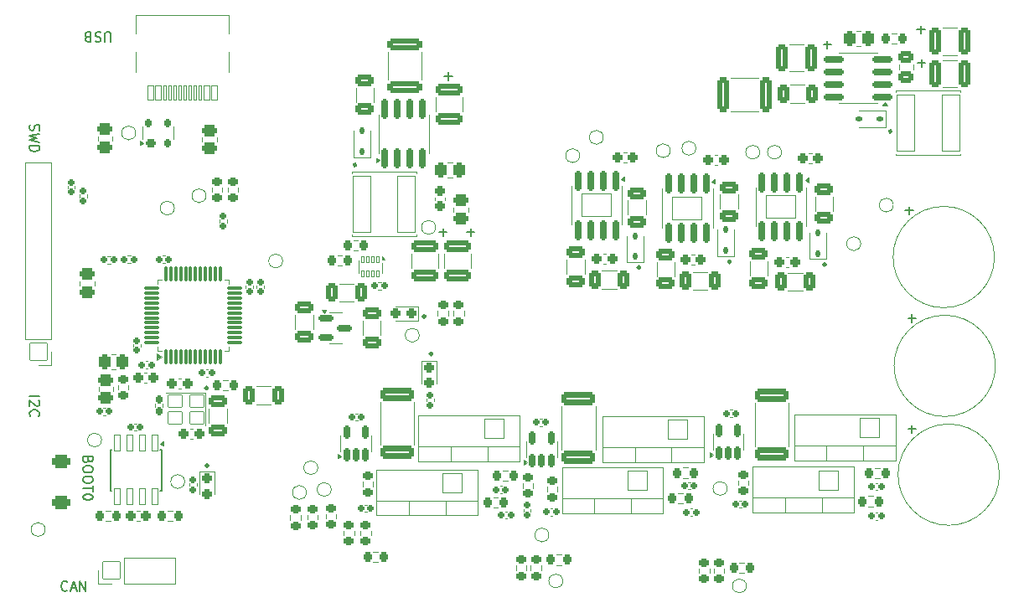
<source format=gto>
G04 #@! TF.GenerationSoftware,KiCad,Pcbnew,8.0.4-8.0.4-0~ubuntu22.04.1*
G04 #@! TF.CreationDate,2024-09-03T14:14:34+02:00*
G04 #@! TF.ProjectId,bldc_project,626c6463-5f70-4726-9f6a-6563742e6b69,rev?*
G04 #@! TF.SameCoordinates,Original*
G04 #@! TF.FileFunction,Legend,Top*
G04 #@! TF.FilePolarity,Positive*
%FSLAX46Y46*%
G04 Gerber Fmt 4.6, Leading zero omitted, Abs format (unit mm)*
G04 Created by KiCad (PCBNEW 8.0.4-8.0.4-0~ubuntu22.04.1) date 2024-09-03 14:14:34*
%MOMM*%
%LPD*%
G01*
G04 APERTURE LIST*
G04 Aperture macros list*
%AMRoundRect*
0 Rectangle with rounded corners*
0 $1 Rounding radius*
0 $2 $3 $4 $5 $6 $7 $8 $9 X,Y pos of 4 corners*
0 Add a 4 corners polygon primitive as box body*
4,1,4,$2,$3,$4,$5,$6,$7,$8,$9,$2,$3,0*
0 Add four circle primitives for the rounded corners*
1,1,$1+$1,$2,$3*
1,1,$1+$1,$4,$5*
1,1,$1+$1,$6,$7*
1,1,$1+$1,$8,$9*
0 Add four rect primitives between the rounded corners*
20,1,$1+$1,$2,$3,$4,$5,0*
20,1,$1+$1,$4,$5,$6,$7,0*
20,1,$1+$1,$6,$7,$8,$9,0*
20,1,$1+$1,$8,$9,$2,$3,0*%
G04 Aperture macros list end*
%ADD10C,0.150000*%
%ADD11C,0.275000*%
%ADD12C,0.200000*%
%ADD13C,0.120000*%
%ADD14RoundRect,0.244000X0.244000X0.269000X-0.244000X0.269000X-0.244000X-0.269000X0.244000X-0.269000X0*%
%ADD15RoundRect,0.038000X0.952500X1.000000X-0.952500X1.000000X-0.952500X-1.000000X0.952500X-1.000000X0*%
%ADD16O,1.981000X2.076000*%
%ADD17RoundRect,0.219000X0.294000X-0.219000X0.294000X0.219000X-0.294000X0.219000X-0.294000X-0.219000X0*%
%ADD18C,1.676000*%
%ADD19RoundRect,0.159000X0.159000X0.189000X-0.159000X0.189000X-0.159000X-0.189000X0.159000X-0.189000X0*%
%ADD20RoundRect,0.131500X0.206500X0.131500X-0.206500X0.131500X-0.206500X-0.131500X0.206500X-0.131500X0*%
%ADD21RoundRect,0.038000X-0.300000X0.775000X-0.300000X-0.775000X0.300000X-0.775000X0.300000X0.775000X0*%
%ADD22C,1.448000*%
%ADD23RoundRect,0.265511X1.447489X-0.384989X1.447489X0.384989X-1.447489X0.384989X-1.447489X-0.384989X0*%
%ADD24RoundRect,0.266889X-0.333611X-0.646111X0.333611X-0.646111X0.333611X0.646111X-0.333611X0.646111X0*%
%ADD25RoundRect,0.266521X-0.671479X0.346479X-0.671479X-0.346479X0.671479X-0.346479X0.671479X0.346479X0*%
%ADD26RoundRect,0.154000X-0.204000X0.154000X-0.204000X-0.154000X0.204000X-0.154000X0.204000X0.154000X0*%
%ADD27RoundRect,0.169000X0.169000X-0.531500X0.169000X0.531500X-0.169000X0.531500X-0.169000X-0.531500X0*%
%ADD28RoundRect,0.268536X0.469464X-0.281964X0.469464X0.281964X-0.469464X0.281964X-0.469464X-0.281964X0*%
%ADD29RoundRect,0.219000X0.219000X0.294000X-0.219000X0.294000X-0.219000X-0.294000X0.219000X-0.294000X0*%
%ADD30RoundRect,0.237750X0.237750X0.275250X-0.237750X0.275250X-0.237750X-0.275250X0.237750X-0.275250X0*%
%ADD31RoundRect,0.219000X-0.294000X0.219000X-0.294000X-0.219000X0.294000X-0.219000X0.294000X0.219000X0*%
%ADD32RoundRect,0.219000X-0.219000X-0.294000X0.219000X-0.294000X0.219000X0.294000X-0.219000X0.294000X0*%
%ADD33RoundRect,0.266889X-0.646111X0.333611X-0.646111X-0.333611X0.646111X-0.333611X0.646111X0.333611X0*%
%ADD34RoundRect,0.062667X-0.125333X0.310333X-0.125333X-0.310333X0.125333X-0.310333X0.125333X0.310333X0*%
%ADD35RoundRect,0.237750X-0.275250X0.237750X-0.275250X-0.237750X0.275250X-0.237750X0.275250X0.237750X0*%
%ADD36RoundRect,0.131500X0.131500X-0.206500X0.131500X0.206500X-0.131500X0.206500X-0.131500X-0.206500X0*%
%ADD37RoundRect,0.159000X-0.159000X-0.189000X0.159000X-0.189000X0.159000X0.189000X-0.159000X0.189000X0*%
%ADD38RoundRect,0.244000X-0.244000X-0.269000X0.244000X-0.269000X0.244000X0.269000X-0.244000X0.269000X0*%
%ADD39RoundRect,0.266521X0.346479X0.671479X-0.346479X0.671479X-0.346479X-0.671479X0.346479X-0.671479X0*%
%ADD40C,2.000000*%
%ADD41RoundRect,0.266889X1.471111X-0.333611X1.471111X0.333611X-1.471111X0.333611X-1.471111X-0.333611X0*%
%ADD42RoundRect,0.169000X0.844000X0.169000X-0.844000X0.169000X-0.844000X-0.169000X0.844000X-0.169000X0*%
%ADD43RoundRect,0.169000X-0.169000X0.844000X-0.169000X-0.844000X0.169000X-0.844000X0.169000X0.844000X0*%
%ADD44RoundRect,0.038000X-1.500000X1.145000X-1.500000X-1.145000X1.500000X-1.145000X1.500000X1.145000X0*%
%ADD45RoundRect,0.266521X1.121479X-0.346479X1.121479X0.346479X-1.121479X0.346479X-1.121479X-0.346479X0*%
%ADD46C,0.726000*%
%ADD47RoundRect,0.038000X0.300000X0.725000X-0.300000X0.725000X-0.300000X-0.725000X0.300000X-0.725000X0*%
%ADD48RoundRect,0.038000X0.150000X0.725000X-0.150000X0.725000X-0.150000X-0.725000X0.150000X-0.725000X0*%
%ADD49O,1.076000X2.176000*%
%ADD50O,1.076000X1.676000*%
%ADD51RoundRect,0.266521X0.346479X1.121479X-0.346479X1.121479X-0.346479X-1.121479X0.346479X-1.121479X0*%
%ADD52RoundRect,0.266521X-0.346479X-0.671479X0.346479X-0.671479X0.346479X0.671479X-0.346479X0.671479X0*%
%ADD53RoundRect,0.266889X0.333611X1.471111X-0.333611X1.471111X-0.333611X-1.471111X0.333611X-1.471111X0*%
%ADD54RoundRect,0.268536X0.281964X0.469464X-0.281964X0.469464X-0.281964X-0.469464X0.281964X-0.469464X0*%
%ADD55RoundRect,0.094000X0.094000X-0.681500X0.094000X0.681500X-0.094000X0.681500X-0.094000X-0.681500X0*%
%ADD56RoundRect,0.094000X0.681500X-0.094000X0.681500X0.094000X-0.681500X0.094000X-0.681500X-0.094000X0*%
%ADD57RoundRect,0.179000X-0.179000X0.216500X-0.179000X-0.216500X0.179000X-0.216500X0.179000X0.216500X0*%
%ADD58RoundRect,0.268536X-0.469464X0.281964X-0.469464X-0.281964X0.469464X-0.281964X0.469464X0.281964X0*%
%ADD59RoundRect,0.266521X-1.121479X0.346479X-1.121479X-0.346479X1.121479X-0.346479X1.121479X0.346479X0*%
%ADD60RoundRect,0.169000X0.169000X-0.844000X0.169000X0.844000X-0.169000X0.844000X-0.169000X-0.844000X0*%
%ADD61RoundRect,0.266521X-0.346479X-1.121479X0.346479X-1.121479X0.346479X1.121479X-0.346479X1.121479X0*%
%ADD62RoundRect,0.194000X0.344000X-0.194000X0.344000X0.194000X-0.344000X0.194000X-0.344000X-0.194000X0*%
%ADD63RoundRect,0.169000X0.169000X-0.219000X0.169000X0.219000X-0.169000X0.219000X-0.169000X-0.219000X0*%
%ADD64RoundRect,0.154000X0.154000X0.204000X-0.154000X0.204000X-0.154000X-0.204000X0.154000X-0.204000X0*%
%ADD65RoundRect,0.038000X0.700000X0.600000X-0.700000X0.600000X-0.700000X-0.600000X0.700000X-0.600000X0*%
%ADD66RoundRect,0.159000X0.189000X-0.159000X0.189000X0.159000X-0.189000X0.159000X-0.189000X-0.159000X0*%
%ADD67RoundRect,0.169000X-0.606500X-0.169000X0.606500X-0.169000X0.606500X0.169000X-0.606500X0.169000X0*%
%ADD68RoundRect,0.356500X-0.581500X0.356500X-0.581500X-0.356500X0.581500X-0.356500X0.581500X0.356500X0*%
%ADD69RoundRect,0.038000X0.850000X2.850000X-0.850000X2.850000X-0.850000X-2.850000X0.850000X-2.850000X0*%
%ADD70RoundRect,0.159000X-0.189000X0.159000X-0.189000X-0.159000X0.189000X-0.159000X0.189000X0.159000X0*%
%ADD71RoundRect,0.266170X-0.496830X0.359330X-0.496830X-0.359330X0.496830X-0.359330X0.496830X0.359330X0*%
%ADD72RoundRect,0.038000X0.850000X-0.850000X0.850000X0.850000X-0.850000X0.850000X-0.850000X-0.850000X0*%
%ADD73O,1.776000X1.776000*%
%ADD74RoundRect,0.038000X0.850000X0.850000X-0.850000X0.850000X-0.850000X-0.850000X0.850000X-0.850000X0*%
%ADD75RoundRect,0.244000X-0.269000X0.244000X-0.269000X-0.244000X0.269000X-0.244000X0.269000X0.244000X0*%
G04 APERTURE END LIST*
D10*
X132700000Y-81900000D02*
X132700000Y-82700000D01*
X123250000Y-83425000D02*
X123250000Y-84225000D01*
X132200000Y-111500000D02*
X131400000Y-111500000D01*
X133100000Y-82300000D02*
X132300000Y-82300000D01*
D11*
X83337500Y-115100000D02*
G75*
G02*
X83062500Y-115100000I-137500J0D01*
G01*
X83062500Y-115100000D02*
G75*
G02*
X83337500Y-115100000I137500J0D01*
G01*
D10*
X87200000Y-102400000D02*
X87200000Y-103200000D01*
D11*
X129737500Y-92600000D02*
G75*
G02*
X129462500Y-92600000I-137500J0D01*
G01*
X129462500Y-92600000D02*
G75*
G02*
X129737500Y-92600000I137500J0D01*
G01*
D10*
X131800000Y-111100000D02*
X131800000Y-111900000D01*
D11*
X123087500Y-106050000D02*
G75*
G02*
X122812500Y-106050000I-137500J0D01*
G01*
X122812500Y-106050000D02*
G75*
G02*
X123087500Y-106050000I137500J0D01*
G01*
X75637500Y-96000000D02*
G75*
G02*
X75362500Y-96000000I-137500J0D01*
G01*
X75362500Y-96000000D02*
G75*
G02*
X75637500Y-96000000I137500J0D01*
G01*
D10*
X133150000Y-85700000D02*
X132350000Y-85700000D01*
D11*
X60637500Y-118550000D02*
G75*
G02*
X60362500Y-118550000I-137500J0D01*
G01*
X60362500Y-118550000D02*
G75*
G02*
X60637500Y-118550000I137500J0D01*
G01*
D10*
X123650000Y-83825000D02*
X122850000Y-83825000D01*
X84800000Y-102800000D02*
X84000000Y-102800000D01*
X131800000Y-122300000D02*
X131800000Y-123100000D01*
X132200000Y-122700000D02*
X131400000Y-122700000D01*
X87600000Y-102800000D02*
X86800000Y-102800000D01*
X132750000Y-85300000D02*
X132750000Y-86100000D01*
X85350000Y-87010000D02*
X84550000Y-87010000D01*
X131500000Y-100200000D02*
X131500000Y-101000000D01*
D11*
X104337500Y-106350000D02*
G75*
G02*
X104062500Y-106350000I-137500J0D01*
G01*
X104062500Y-106350000D02*
G75*
G02*
X104337500Y-106350000I137500J0D01*
G01*
D10*
X131900000Y-100600000D02*
X131100000Y-100600000D01*
D11*
X82637500Y-111300000D02*
G75*
G02*
X82362500Y-111300000I-137500J0D01*
G01*
X82362500Y-111300000D02*
G75*
G02*
X82637500Y-111300000I137500J0D01*
G01*
D10*
X84400000Y-102400000D02*
X84400000Y-103200000D01*
D11*
X60687500Y-126400000D02*
G75*
G02*
X60412500Y-126400000I-137500J0D01*
G01*
X60412500Y-126400000D02*
G75*
G02*
X60687500Y-126400000I137500J0D01*
G01*
X113487500Y-105800000D02*
G75*
G02*
X113212500Y-105800000I-137500J0D01*
G01*
X113212500Y-105800000D02*
G75*
G02*
X113487500Y-105800000I137500J0D01*
G01*
D10*
X84950000Y-86610000D02*
X84950000Y-87410000D01*
D12*
X46441101Y-138971980D02*
X46393482Y-139019600D01*
X46393482Y-139019600D02*
X46250625Y-139067219D01*
X46250625Y-139067219D02*
X46155387Y-139067219D01*
X46155387Y-139067219D02*
X46012530Y-139019600D01*
X46012530Y-139019600D02*
X45917292Y-138924361D01*
X45917292Y-138924361D02*
X45869673Y-138829123D01*
X45869673Y-138829123D02*
X45822054Y-138638647D01*
X45822054Y-138638647D02*
X45822054Y-138495790D01*
X45822054Y-138495790D02*
X45869673Y-138305314D01*
X45869673Y-138305314D02*
X45917292Y-138210076D01*
X45917292Y-138210076D02*
X46012530Y-138114838D01*
X46012530Y-138114838D02*
X46155387Y-138067219D01*
X46155387Y-138067219D02*
X46250625Y-138067219D01*
X46250625Y-138067219D02*
X46393482Y-138114838D01*
X46393482Y-138114838D02*
X46441101Y-138162457D01*
X46822054Y-138781504D02*
X47298244Y-138781504D01*
X46726816Y-139067219D02*
X47060149Y-138067219D01*
X47060149Y-138067219D02*
X47393482Y-139067219D01*
X47726816Y-139067219D02*
X47726816Y-138067219D01*
X47726816Y-138067219D02*
X48298244Y-139067219D01*
X48298244Y-139067219D02*
X48298244Y-138067219D01*
X42632780Y-119369673D02*
X43632780Y-119369673D01*
X43537542Y-119798244D02*
X43585161Y-119845863D01*
X43585161Y-119845863D02*
X43632780Y-119941101D01*
X43632780Y-119941101D02*
X43632780Y-120179196D01*
X43632780Y-120179196D02*
X43585161Y-120274434D01*
X43585161Y-120274434D02*
X43537542Y-120322053D01*
X43537542Y-120322053D02*
X43442304Y-120369672D01*
X43442304Y-120369672D02*
X43347066Y-120369672D01*
X43347066Y-120369672D02*
X43204209Y-120322053D01*
X43204209Y-120322053D02*
X42632780Y-119750625D01*
X42632780Y-119750625D02*
X42632780Y-120369672D01*
X42728019Y-121369672D02*
X42680400Y-121322053D01*
X42680400Y-121322053D02*
X42632780Y-121179196D01*
X42632780Y-121179196D02*
X42632780Y-121083958D01*
X42632780Y-121083958D02*
X42680400Y-120941101D01*
X42680400Y-120941101D02*
X42775638Y-120845863D01*
X42775638Y-120845863D02*
X42870876Y-120798244D01*
X42870876Y-120798244D02*
X43061352Y-120750625D01*
X43061352Y-120750625D02*
X43204209Y-120750625D01*
X43204209Y-120750625D02*
X43394685Y-120798244D01*
X43394685Y-120798244D02*
X43489923Y-120845863D01*
X43489923Y-120845863D02*
X43585161Y-120941101D01*
X43585161Y-120941101D02*
X43632780Y-121083958D01*
X43632780Y-121083958D02*
X43632780Y-121179196D01*
X43632780Y-121179196D02*
X43585161Y-121322053D01*
X43585161Y-121322053D02*
X43537542Y-121369672D01*
X50830326Y-83532780D02*
X50830326Y-82723257D01*
X50830326Y-82723257D02*
X50782707Y-82628019D01*
X50782707Y-82628019D02*
X50735088Y-82580400D01*
X50735088Y-82580400D02*
X50639850Y-82532780D01*
X50639850Y-82532780D02*
X50449374Y-82532780D01*
X50449374Y-82532780D02*
X50354136Y-82580400D01*
X50354136Y-82580400D02*
X50306517Y-82628019D01*
X50306517Y-82628019D02*
X50258898Y-82723257D01*
X50258898Y-82723257D02*
X50258898Y-83532780D01*
X49830326Y-82580400D02*
X49687469Y-82532780D01*
X49687469Y-82532780D02*
X49449374Y-82532780D01*
X49449374Y-82532780D02*
X49354136Y-82580400D01*
X49354136Y-82580400D02*
X49306517Y-82628019D01*
X49306517Y-82628019D02*
X49258898Y-82723257D01*
X49258898Y-82723257D02*
X49258898Y-82818495D01*
X49258898Y-82818495D02*
X49306517Y-82913733D01*
X49306517Y-82913733D02*
X49354136Y-82961352D01*
X49354136Y-82961352D02*
X49449374Y-83008971D01*
X49449374Y-83008971D02*
X49639850Y-83056590D01*
X49639850Y-83056590D02*
X49735088Y-83104209D01*
X49735088Y-83104209D02*
X49782707Y-83151828D01*
X49782707Y-83151828D02*
X49830326Y-83247066D01*
X49830326Y-83247066D02*
X49830326Y-83342304D01*
X49830326Y-83342304D02*
X49782707Y-83437542D01*
X49782707Y-83437542D02*
X49735088Y-83485161D01*
X49735088Y-83485161D02*
X49639850Y-83532780D01*
X49639850Y-83532780D02*
X49401755Y-83532780D01*
X49401755Y-83532780D02*
X49258898Y-83485161D01*
X48496993Y-83056590D02*
X48354136Y-83008971D01*
X48354136Y-83008971D02*
X48306517Y-82961352D01*
X48306517Y-82961352D02*
X48258898Y-82866114D01*
X48258898Y-82866114D02*
X48258898Y-82723257D01*
X48258898Y-82723257D02*
X48306517Y-82628019D01*
X48306517Y-82628019D02*
X48354136Y-82580400D01*
X48354136Y-82580400D02*
X48449374Y-82532780D01*
X48449374Y-82532780D02*
X48830326Y-82532780D01*
X48830326Y-82532780D02*
X48830326Y-83532780D01*
X48830326Y-83532780D02*
X48496993Y-83532780D01*
X48496993Y-83532780D02*
X48401755Y-83485161D01*
X48401755Y-83485161D02*
X48354136Y-83437542D01*
X48354136Y-83437542D02*
X48306517Y-83342304D01*
X48306517Y-83342304D02*
X48306517Y-83247066D01*
X48306517Y-83247066D02*
X48354136Y-83151828D01*
X48354136Y-83151828D02*
X48401755Y-83104209D01*
X48401755Y-83104209D02*
X48496993Y-83056590D01*
X48496993Y-83056590D02*
X48830326Y-83056590D01*
X42680400Y-91922054D02*
X42632780Y-92064911D01*
X42632780Y-92064911D02*
X42632780Y-92303006D01*
X42632780Y-92303006D02*
X42680400Y-92398244D01*
X42680400Y-92398244D02*
X42728019Y-92445863D01*
X42728019Y-92445863D02*
X42823257Y-92493482D01*
X42823257Y-92493482D02*
X42918495Y-92493482D01*
X42918495Y-92493482D02*
X43013733Y-92445863D01*
X43013733Y-92445863D02*
X43061352Y-92398244D01*
X43061352Y-92398244D02*
X43108971Y-92303006D01*
X43108971Y-92303006D02*
X43156590Y-92112530D01*
X43156590Y-92112530D02*
X43204209Y-92017292D01*
X43204209Y-92017292D02*
X43251828Y-91969673D01*
X43251828Y-91969673D02*
X43347066Y-91922054D01*
X43347066Y-91922054D02*
X43442304Y-91922054D01*
X43442304Y-91922054D02*
X43537542Y-91969673D01*
X43537542Y-91969673D02*
X43585161Y-92017292D01*
X43585161Y-92017292D02*
X43632780Y-92112530D01*
X43632780Y-92112530D02*
X43632780Y-92350625D01*
X43632780Y-92350625D02*
X43585161Y-92493482D01*
X43632780Y-92826816D02*
X42632780Y-93064911D01*
X42632780Y-93064911D02*
X43347066Y-93255387D01*
X43347066Y-93255387D02*
X42632780Y-93445863D01*
X42632780Y-93445863D02*
X43632780Y-93683959D01*
X42632780Y-94064911D02*
X43632780Y-94064911D01*
X43632780Y-94064911D02*
X43632780Y-94303006D01*
X43632780Y-94303006D02*
X43585161Y-94445863D01*
X43585161Y-94445863D02*
X43489923Y-94541101D01*
X43489923Y-94541101D02*
X43394685Y-94588720D01*
X43394685Y-94588720D02*
X43204209Y-94636339D01*
X43204209Y-94636339D02*
X43061352Y-94636339D01*
X43061352Y-94636339D02*
X42870876Y-94588720D01*
X42870876Y-94588720D02*
X42775638Y-94541101D01*
X42775638Y-94541101D02*
X42680400Y-94445863D01*
X42680400Y-94445863D02*
X42632780Y-94303006D01*
X42632780Y-94303006D02*
X42632780Y-94064911D01*
X48556590Y-125803006D02*
X48508971Y-125945863D01*
X48508971Y-125945863D02*
X48461352Y-125993482D01*
X48461352Y-125993482D02*
X48366114Y-126041101D01*
X48366114Y-126041101D02*
X48223257Y-126041101D01*
X48223257Y-126041101D02*
X48128019Y-125993482D01*
X48128019Y-125993482D02*
X48080400Y-125945863D01*
X48080400Y-125945863D02*
X48032780Y-125850625D01*
X48032780Y-125850625D02*
X48032780Y-125469673D01*
X48032780Y-125469673D02*
X49032780Y-125469673D01*
X49032780Y-125469673D02*
X49032780Y-125803006D01*
X49032780Y-125803006D02*
X48985161Y-125898244D01*
X48985161Y-125898244D02*
X48937542Y-125945863D01*
X48937542Y-125945863D02*
X48842304Y-125993482D01*
X48842304Y-125993482D02*
X48747066Y-125993482D01*
X48747066Y-125993482D02*
X48651828Y-125945863D01*
X48651828Y-125945863D02*
X48604209Y-125898244D01*
X48604209Y-125898244D02*
X48556590Y-125803006D01*
X48556590Y-125803006D02*
X48556590Y-125469673D01*
X49032780Y-126660149D02*
X49032780Y-126850625D01*
X49032780Y-126850625D02*
X48985161Y-126945863D01*
X48985161Y-126945863D02*
X48889923Y-127041101D01*
X48889923Y-127041101D02*
X48699447Y-127088720D01*
X48699447Y-127088720D02*
X48366114Y-127088720D01*
X48366114Y-127088720D02*
X48175638Y-127041101D01*
X48175638Y-127041101D02*
X48080400Y-126945863D01*
X48080400Y-126945863D02*
X48032780Y-126850625D01*
X48032780Y-126850625D02*
X48032780Y-126660149D01*
X48032780Y-126660149D02*
X48080400Y-126564911D01*
X48080400Y-126564911D02*
X48175638Y-126469673D01*
X48175638Y-126469673D02*
X48366114Y-126422054D01*
X48366114Y-126422054D02*
X48699447Y-126422054D01*
X48699447Y-126422054D02*
X48889923Y-126469673D01*
X48889923Y-126469673D02*
X48985161Y-126564911D01*
X48985161Y-126564911D02*
X49032780Y-126660149D01*
X49032780Y-127707768D02*
X49032780Y-127898244D01*
X49032780Y-127898244D02*
X48985161Y-127993482D01*
X48985161Y-127993482D02*
X48889923Y-128088720D01*
X48889923Y-128088720D02*
X48699447Y-128136339D01*
X48699447Y-128136339D02*
X48366114Y-128136339D01*
X48366114Y-128136339D02*
X48175638Y-128088720D01*
X48175638Y-128088720D02*
X48080400Y-127993482D01*
X48080400Y-127993482D02*
X48032780Y-127898244D01*
X48032780Y-127898244D02*
X48032780Y-127707768D01*
X48032780Y-127707768D02*
X48080400Y-127612530D01*
X48080400Y-127612530D02*
X48175638Y-127517292D01*
X48175638Y-127517292D02*
X48366114Y-127469673D01*
X48366114Y-127469673D02*
X48699447Y-127469673D01*
X48699447Y-127469673D02*
X48889923Y-127517292D01*
X48889923Y-127517292D02*
X48985161Y-127612530D01*
X48985161Y-127612530D02*
X49032780Y-127707768D01*
X49032780Y-128422054D02*
X49032780Y-128993482D01*
X48032780Y-128707768D02*
X49032780Y-128707768D01*
X49032780Y-129517292D02*
X49032780Y-129612530D01*
X49032780Y-129612530D02*
X48985161Y-129707768D01*
X48985161Y-129707768D02*
X48937542Y-129755387D01*
X48937542Y-129755387D02*
X48842304Y-129803006D01*
X48842304Y-129803006D02*
X48651828Y-129850625D01*
X48651828Y-129850625D02*
X48413733Y-129850625D01*
X48413733Y-129850625D02*
X48223257Y-129803006D01*
X48223257Y-129803006D02*
X48128019Y-129755387D01*
X48128019Y-129755387D02*
X48080400Y-129707768D01*
X48080400Y-129707768D02*
X48032780Y-129612530D01*
X48032780Y-129612530D02*
X48032780Y-129517292D01*
X48032780Y-129517292D02*
X48080400Y-129422054D01*
X48080400Y-129422054D02*
X48128019Y-129374435D01*
X48128019Y-129374435D02*
X48223257Y-129326816D01*
X48223257Y-129326816D02*
X48413733Y-129279197D01*
X48413733Y-129279197D02*
X48651828Y-129279197D01*
X48651828Y-129279197D02*
X48842304Y-129326816D01*
X48842304Y-129326816D02*
X48937542Y-129374435D01*
X48937542Y-129374435D02*
X48985161Y-129422054D01*
X48985161Y-129422054D02*
X49032780Y-129517292D01*
D13*
X54490580Y-116990000D02*
X54209420Y-116990000D01*
X54490580Y-118010000D02*
X54209420Y-118010000D01*
X119880000Y-125862500D02*
X119880000Y-121221500D01*
X123149000Y-125862500D02*
X123149000Y-124352500D01*
X126850000Y-125862500D02*
X126850000Y-124352500D01*
X130120000Y-121221500D02*
X119880000Y-121221500D01*
X130120000Y-124352500D02*
X119880000Y-124352500D01*
X130120000Y-125862500D02*
X119880000Y-125862500D01*
X130120000Y-125862500D02*
X130120000Y-121221500D01*
X51552500Y-118712258D02*
X51552500Y-118237742D01*
X52597500Y-118712258D02*
X52597500Y-118237742D01*
X140120000Y-105300000D02*
G75*
G02*
X129880000Y-105300000I-5120000J0D01*
G01*
X129880000Y-105300000D02*
G75*
G02*
X140120000Y-105300000I5120000J0D01*
G01*
X60657836Y-116665000D02*
X60442164Y-116665000D01*
X60657836Y-117385000D02*
X60442164Y-117385000D01*
X129110000Y-90450000D02*
X126450000Y-90450000D01*
X129110000Y-92150000D02*
X126450000Y-92150000D01*
X129110000Y-92150000D02*
X129110000Y-90450000D01*
D10*
X50805000Y-124750000D02*
X50805000Y-128900000D01*
X50805000Y-128900000D02*
X50905000Y-128900000D01*
X50905000Y-124750000D02*
X50805000Y-124750000D01*
X55955000Y-124750000D02*
X55855000Y-124750000D01*
X55955000Y-124750000D02*
X55955000Y-128900000D01*
X55955000Y-128900000D02*
X55855000Y-128900000D01*
D13*
X56185000Y-124390000D02*
X55855000Y-124150000D01*
X56185000Y-123910000D01*
X56185000Y-124390000D01*
G36*
X56185000Y-124390000D02*
G01*
X55855000Y-124150000D01*
X56185000Y-123910000D01*
X56185000Y-124390000D01*
G37*
X78090000Y-124289564D02*
X78090000Y-119935436D01*
X81510000Y-124289564D02*
X81510000Y-119935436D01*
X119272936Y-106890000D02*
X120727064Y-106890000D01*
X119272936Y-108710000D02*
X120727064Y-108710000D01*
X140620000Y-127300000D02*
G75*
G02*
X130380000Y-127300000I-5120000J0D01*
G01*
X130380000Y-127300000D02*
G75*
G02*
X140620000Y-127300000I5120000J0D01*
G01*
X60740000Y-120638748D02*
X60740000Y-122061252D01*
X62560000Y-120638748D02*
X62560000Y-122061252D01*
X82720000Y-119596359D02*
X82720000Y-119903641D01*
X83480000Y-119596359D02*
X83480000Y-119903641D01*
X92817500Y-124772500D02*
X92817500Y-123972500D01*
X92817500Y-124772500D02*
X92817500Y-125572500D01*
X95937500Y-124772500D02*
X95937500Y-123972500D01*
X95937500Y-124772500D02*
X95937500Y-125572500D01*
X92867500Y-126072500D02*
X92537500Y-126312500D01*
X92537500Y-125832500D01*
X92867500Y-126072500D01*
G36*
X92867500Y-126072500D02*
G01*
X92537500Y-126312500D01*
X92537500Y-125832500D01*
X92867500Y-126072500D01*
G37*
X49615000Y-118877064D02*
X49615000Y-118422936D01*
X51085000Y-118877064D02*
X51085000Y-118422936D01*
X90937258Y-126877500D02*
X90462742Y-126877500D01*
X90937258Y-127922500D02*
X90462742Y-127922500D01*
X79600000Y-111735000D02*
X81885000Y-111735000D01*
X81885000Y-110265000D02*
X79600000Y-110265000D01*
X81885000Y-111735000D02*
X81885000Y-110265000D01*
X85477500Y-110762742D02*
X85477500Y-111237258D01*
X86522500Y-110762742D02*
X86522500Y-111237258D01*
X129762742Y-82677500D02*
X130237258Y-82677500D01*
X129762742Y-83722500D02*
X130237258Y-83722500D01*
X93277500Y-136937258D02*
X93277500Y-136462742D01*
X94322500Y-136937258D02*
X94322500Y-136462742D01*
X96890000Y-105572936D02*
X96890000Y-107027064D01*
X98710000Y-105572936D02*
X98710000Y-107027064D01*
X100472936Y-106690000D02*
X101927064Y-106690000D01*
X100472936Y-108510000D02*
X101927064Y-108510000D01*
X75902500Y-106935000D02*
X75902500Y-105635000D01*
X78222500Y-106935000D02*
X78222500Y-105885000D01*
X78502500Y-105525000D02*
X78222500Y-105525000D01*
X78222500Y-105245000D01*
X78502500Y-105525000D01*
G36*
X78502500Y-105525000D02*
G01*
X78222500Y-105525000D01*
X78222500Y-105245000D01*
X78502500Y-105525000D01*
G37*
X115890000Y-124414564D02*
X115890000Y-120060436D01*
X119310000Y-124414564D02*
X119310000Y-120060436D01*
X95862742Y-135377500D02*
X96337258Y-135377500D01*
X95862742Y-136422500D02*
X96337258Y-136422500D01*
X59815000Y-126965000D02*
X59815000Y-129250000D01*
X61285000Y-126965000D02*
X59815000Y-126965000D01*
X61285000Y-129250000D02*
X61285000Y-126965000D01*
X76077500Y-132962742D02*
X76077500Y-133437258D01*
X77122500Y-132962742D02*
X77122500Y-133437258D01*
X102950000Y-105810000D02*
X102950000Y-103150000D01*
X102950000Y-105810000D02*
X104650000Y-105810000D01*
X104650000Y-105810000D02*
X104650000Y-103150000D01*
X90149664Y-128457500D02*
X90365336Y-128457500D01*
X90149664Y-129177500D02*
X90365336Y-129177500D01*
X128062742Y-126615000D02*
X128537258Y-126615000D01*
X128062742Y-127660000D02*
X128537258Y-127660000D01*
X53484420Y-130965000D02*
X53765580Y-130965000D01*
X53484420Y-131985000D02*
X53765580Y-131985000D01*
X75572164Y-121132500D02*
X75787836Y-121132500D01*
X75572164Y-121852500D02*
X75787836Y-121852500D01*
X74224758Y-105122500D02*
X73750242Y-105122500D01*
X74224758Y-106167500D02*
X73750242Y-106167500D01*
X90669664Y-131040000D02*
X90885336Y-131040000D01*
X90669664Y-131760000D02*
X90885336Y-131760000D01*
X75336252Y-107990000D02*
X73913748Y-107990000D01*
X75336252Y-109810000D02*
X73913748Y-109810000D01*
X114240000Y-127872742D02*
X114240000Y-128347258D01*
X115285000Y-127872742D02*
X115285000Y-128347258D01*
X57087258Y-130952500D02*
X56612742Y-130952500D01*
X57087258Y-131997500D02*
X56612742Y-131997500D01*
X92520000Y-130756359D02*
X92520000Y-131063641D01*
X93280000Y-130756359D02*
X93280000Y-131063641D01*
X109392164Y-130740000D02*
X109607836Y-130740000D01*
X109392164Y-131460000D02*
X109607836Y-131460000D01*
X78826000Y-87360252D02*
X78826000Y-84587748D01*
X82246000Y-87360252D02*
X82246000Y-84587748D01*
X76290000Y-111763748D02*
X76290000Y-113186252D01*
X78110000Y-111763748D02*
X78110000Y-113186252D01*
X100517500Y-126042500D02*
X100517500Y-121401500D01*
X103786500Y-126042500D02*
X103786500Y-124532500D01*
X107487500Y-126042500D02*
X107487500Y-124532500D01*
X110757500Y-121401500D02*
X100517500Y-121401500D01*
X110757500Y-124532500D02*
X100517500Y-124532500D01*
X110757500Y-126042500D02*
X100517500Y-126042500D01*
X110757500Y-126042500D02*
X110757500Y-121401500D01*
X111859420Y-94990000D02*
X112140580Y-94990000D01*
X111859420Y-96010000D02*
X112140580Y-96010000D01*
X91777500Y-136462742D02*
X91777500Y-136937258D01*
X92822500Y-136462742D02*
X92822500Y-136937258D01*
X126325000Y-84635000D02*
X124375000Y-84635000D01*
X126325000Y-84635000D02*
X128275000Y-84635000D01*
X126325000Y-89755000D02*
X124375000Y-89755000D01*
X126325000Y-89755000D02*
X128275000Y-89755000D01*
X129265000Y-89990000D02*
X128785000Y-89990000D01*
X129025000Y-89660000D01*
X129265000Y-89990000D01*
G36*
X129265000Y-89990000D02*
G01*
X128785000Y-89990000D01*
X129025000Y-89660000D01*
X129265000Y-89990000D01*
G37*
X76710336Y-130357500D02*
X76494664Y-130357500D01*
X76710336Y-131077500D02*
X76494664Y-131077500D01*
X50282836Y-120565000D02*
X50067164Y-120565000D01*
X50282836Y-121285000D02*
X50067164Y-121285000D01*
X83877500Y-110762742D02*
X83877500Y-111237258D01*
X84922500Y-110762742D02*
X84922500Y-111237258D01*
X62162742Y-117727500D02*
X62637258Y-117727500D01*
X62162742Y-118772500D02*
X62637258Y-118772500D01*
X97380000Y-100092500D02*
X97380000Y-98142500D01*
X97380000Y-100092500D02*
X97380000Y-102042500D01*
X102500000Y-100092500D02*
X102500000Y-98142500D01*
X102500000Y-100092500D02*
X102500000Y-102042500D01*
X102735000Y-97632500D02*
X102405000Y-97392500D01*
X102735000Y-97152500D01*
X102735000Y-97632500D01*
G36*
X102735000Y-97632500D02*
G01*
X102405000Y-97392500D01*
X102735000Y-97152500D01*
X102735000Y-97632500D01*
G37*
X76280000Y-128005242D02*
X76280000Y-128479758D01*
X77325000Y-128005242D02*
X77325000Y-128479758D01*
X84540000Y-106411252D02*
X84540000Y-104988748D01*
X87260000Y-106411252D02*
X87260000Y-104988748D01*
X53400000Y-82700000D02*
X53400000Y-80800000D01*
X53400000Y-86600000D02*
X53400000Y-84600000D01*
X62800000Y-80800000D02*
X53400000Y-80800000D01*
X62800000Y-82700000D02*
X62800000Y-80800000D01*
X62800000Y-86600000D02*
X62800000Y-84600000D01*
X77362742Y-135077500D02*
X77837258Y-135077500D01*
X77362742Y-136122500D02*
X77837258Y-136122500D01*
X120836252Y-83790000D02*
X119413748Y-83790000D01*
X120836252Y-86510000D02*
X119413748Y-86510000D01*
X65538748Y-118365000D02*
X66961252Y-118365000D01*
X65538748Y-120185000D02*
X66961252Y-120185000D01*
X74057500Y-124117500D02*
X74057500Y-123317500D01*
X74057500Y-124117500D02*
X74057500Y-124917500D01*
X77177500Y-124117500D02*
X77177500Y-123317500D01*
X77177500Y-124117500D02*
X77177500Y-124917500D01*
X74107500Y-125417500D02*
X73777500Y-125657500D01*
X73777500Y-125177500D01*
X74107500Y-125417500D01*
G36*
X74107500Y-125417500D02*
G01*
X73777500Y-125657500D01*
X73777500Y-125177500D01*
X74107500Y-125417500D01*
G37*
X116248752Y-87190000D02*
X113476248Y-87190000D01*
X116248752Y-90610000D02*
X113476248Y-90610000D01*
X112390000Y-98972936D02*
X112390000Y-100427064D01*
X114210000Y-98972936D02*
X114210000Y-100427064D01*
X127362742Y-129477500D02*
X127837258Y-129477500D01*
X127362742Y-130522500D02*
X127837258Y-130522500D01*
X85327064Y-95765000D02*
X84872936Y-95765000D01*
X85327064Y-97235000D02*
X84872936Y-97235000D01*
X55540000Y-107590000D02*
X55990000Y-107590000D01*
X55540000Y-108040000D02*
X55540000Y-107590000D01*
X55540000Y-114360000D02*
X55540000Y-114810000D01*
X55540000Y-114810000D02*
X55990000Y-114810000D01*
X62760000Y-107590000D02*
X62310000Y-107590000D01*
X62760000Y-108040000D02*
X62760000Y-107590000D01*
X62760000Y-114360000D02*
X62760000Y-114810000D01*
X62760000Y-114810000D02*
X62310000Y-114810000D01*
X55990000Y-115400000D02*
X55520000Y-115740000D01*
X55520000Y-115060000D01*
X55990000Y-115400000D01*
G36*
X55990000Y-115400000D02*
G01*
X55520000Y-115740000D01*
X55520000Y-115060000D01*
X55990000Y-115400000D01*
G37*
X49515000Y-93527064D02*
X49515000Y-93072936D01*
X50985000Y-93527064D02*
X50985000Y-93072936D01*
X126639564Y-82465000D02*
X126185436Y-82465000D01*
X126639564Y-83935000D02*
X126185436Y-83935000D01*
X72577500Y-131762258D02*
X72577500Y-131287742D01*
X73622500Y-131762258D02*
X73622500Y-131287742D01*
X96417500Y-131187500D02*
X96417500Y-126546500D01*
X99686500Y-131187500D02*
X99686500Y-129677500D01*
X103387500Y-131187500D02*
X103387500Y-129677500D01*
X106657500Y-126546500D02*
X96417500Y-126546500D01*
X106657500Y-129677500D02*
X96417500Y-129677500D01*
X106657500Y-131187500D02*
X96417500Y-131187500D01*
X106657500Y-131187500D02*
X106657500Y-126546500D01*
X94940000Y-128542742D02*
X94940000Y-129017258D01*
X95985000Y-128542742D02*
X95985000Y-129017258D01*
X77690000Y-131420000D02*
X77690000Y-126779000D01*
X80959000Y-131420000D02*
X80959000Y-129910000D01*
X84660000Y-131420000D02*
X84660000Y-129910000D01*
X87930000Y-126779000D02*
X77690000Y-126779000D01*
X87930000Y-129910000D02*
X77690000Y-129910000D01*
X87930000Y-131420000D02*
X77690000Y-131420000D01*
X87930000Y-131420000D02*
X87930000Y-126779000D01*
X70707500Y-131837258D02*
X70707500Y-131362742D01*
X71752500Y-131837258D02*
X71752500Y-131362742D01*
X100885580Y-104977500D02*
X100604420Y-104977500D01*
X100885580Y-105997500D02*
X100604420Y-105997500D01*
X62677500Y-98262742D02*
X62677500Y-98737258D01*
X63722500Y-98262742D02*
X63722500Y-98737258D01*
X111777500Y-137237258D02*
X111777500Y-136762742D01*
X112822500Y-137237258D02*
X112822500Y-136762742D01*
X128307836Y-131140000D02*
X128092164Y-131140000D01*
X128307836Y-131860000D02*
X128092164Y-131860000D01*
X55320000Y-120132379D02*
X55320000Y-120467621D01*
X56080000Y-120132379D02*
X56080000Y-120467621D01*
X113417164Y-120750000D02*
X113632836Y-120750000D01*
X113417164Y-121470000D02*
X113632836Y-121470000D01*
X47715000Y-107722936D02*
X47715000Y-108177064D01*
X49185000Y-107722936D02*
X49185000Y-108177064D01*
X83660000Y-89148748D02*
X83660000Y-90571252D01*
X86380000Y-89148748D02*
X86380000Y-90571252D01*
X77875000Y-92825000D02*
X77875000Y-90875000D01*
X77875000Y-92825000D02*
X77875000Y-94775000D01*
X82995000Y-92825000D02*
X82995000Y-90875000D01*
X82995000Y-92825000D02*
X82995000Y-94775000D01*
X77970000Y-95525000D02*
X77640000Y-95765000D01*
X77640000Y-95285000D01*
X77970000Y-95525000D01*
G36*
X77970000Y-95525000D02*
G01*
X77640000Y-95765000D01*
X77640000Y-95285000D01*
X77970000Y-95525000D01*
G37*
X81920000Y-125925000D02*
X81920000Y-121284000D01*
X85189000Y-125925000D02*
X85189000Y-124415000D01*
X88890000Y-125925000D02*
X88890000Y-124415000D01*
X92160000Y-121284000D02*
X81920000Y-121284000D01*
X92160000Y-124415000D02*
X81920000Y-124415000D01*
X92160000Y-125925000D02*
X81920000Y-125925000D01*
X92160000Y-125925000D02*
X92160000Y-121284000D01*
X115390000Y-105735436D02*
X115390000Y-107189564D01*
X117210000Y-105735436D02*
X117210000Y-107189564D01*
X134888748Y-82140000D02*
X136311252Y-82140000D01*
X134888748Y-84860000D02*
X136311252Y-84860000D01*
X50812258Y-130952500D02*
X50337742Y-130952500D01*
X50812258Y-131997500D02*
X50337742Y-131997500D01*
X59140580Y-122690000D02*
X58859420Y-122690000D01*
X59140580Y-123710000D02*
X58859420Y-123710000D01*
X121450000Y-105510000D02*
X121450000Y-102850000D01*
X121450000Y-105510000D02*
X123150000Y-105510000D01*
X123150000Y-105510000D02*
X123150000Y-102850000D01*
X121384420Y-94840000D02*
X121665580Y-94840000D01*
X121384420Y-95860000D02*
X121665580Y-95860000D01*
X140220000Y-116300000D02*
G75*
G02*
X129980000Y-116300000I-5120000J0D01*
G01*
X129980000Y-116300000D02*
G75*
G02*
X140220000Y-116300000I5120000J0D01*
G01*
X95254664Y-130720000D02*
X95470336Y-130720000D01*
X95254664Y-131440000D02*
X95470336Y-131440000D01*
X61820000Y-101496359D02*
X61820000Y-101803641D01*
X62580000Y-101496359D02*
X62580000Y-101803641D01*
X54040000Y-92100000D02*
X54040000Y-93370000D01*
X57160000Y-93400000D02*
X57160000Y-92100000D01*
X54090000Y-93750000D02*
X53760000Y-93990000D01*
X53760000Y-93510000D01*
X54090000Y-93750000D01*
G36*
X54090000Y-93750000D02*
G01*
X53760000Y-93990000D01*
X53760000Y-93510000D01*
X54090000Y-93750000D01*
G37*
X109815580Y-105090000D02*
X109534420Y-105090000D01*
X109815580Y-106110000D02*
X109534420Y-106110000D01*
X109192164Y-128040000D02*
X109407836Y-128040000D01*
X109192164Y-128760000D02*
X109407836Y-128760000D01*
X52863641Y-105170000D02*
X52556359Y-105170000D01*
X52863641Y-105930000D02*
X52556359Y-105930000D01*
X58770000Y-128146359D02*
X58770000Y-128453641D01*
X59530000Y-128146359D02*
X59530000Y-128453641D01*
X119340580Y-105290000D02*
X119059420Y-105290000D01*
X119340580Y-106310000D02*
X119059420Y-106310000D01*
X75590000Y-88172936D02*
X75590000Y-89627064D01*
X77410000Y-88172936D02*
X77410000Y-89627064D01*
X60400000Y-119050000D02*
X56400000Y-119050000D01*
X60400000Y-122350000D02*
X60400000Y-119050000D01*
X50813641Y-105220000D02*
X50506359Y-105220000D01*
X50813641Y-105980000D02*
X50506359Y-105980000D01*
X105990000Y-105772936D02*
X105990000Y-107227064D01*
X107810000Y-105772936D02*
X107810000Y-107227064D01*
X54557836Y-115840000D02*
X54342164Y-115840000D01*
X54557836Y-116560000D02*
X54342164Y-116560000D01*
X53115000Y-114332836D02*
X53115000Y-114117164D01*
X53835000Y-114332836D02*
X53835000Y-114117164D01*
X73537500Y-110915000D02*
X72887500Y-110915000D01*
X73537500Y-110915000D02*
X74187500Y-110915000D01*
X73537500Y-114035000D02*
X72887500Y-114035000D01*
X73537500Y-114035000D02*
X74187500Y-114035000D01*
X72375000Y-110965000D02*
X72135000Y-110635000D01*
X72615000Y-110635000D01*
X72375000Y-110965000D01*
G36*
X72375000Y-110965000D02*
G01*
X72135000Y-110635000D01*
X72615000Y-110635000D01*
X72375000Y-110965000D01*
G37*
X89480242Y-129595000D02*
X89954758Y-129595000D01*
X89480242Y-130640000D02*
X89954758Y-130640000D01*
X82265000Y-115765000D02*
X82265000Y-118050000D01*
X83735000Y-115765000D02*
X82265000Y-115765000D01*
X83735000Y-118050000D02*
X83735000Y-115765000D01*
X75240000Y-96690000D02*
X75240000Y-96840000D01*
X75240000Y-103210000D02*
X75240000Y-103060000D01*
X81760000Y-96690000D02*
X75240000Y-96690000D01*
X81760000Y-96690000D02*
X81760000Y-96840000D01*
X81760000Y-103210000D02*
X75240000Y-103210000D01*
X81760000Y-103210000D02*
X81760000Y-103060000D01*
X102659420Y-94752500D02*
X102940580Y-94752500D01*
X102659420Y-95772500D02*
X102940580Y-95772500D01*
X75400000Y-95210000D02*
X75400000Y-92550000D01*
X75400000Y-95210000D02*
X77100000Y-95210000D01*
X77100000Y-95210000D02*
X77100000Y-92550000D01*
X60065000Y-93627064D02*
X60065000Y-93172936D01*
X61535000Y-93627064D02*
X61535000Y-93172936D01*
X130190000Y-88490000D02*
X130190000Y-88640000D01*
X130190000Y-95010000D02*
X130190000Y-94860000D01*
X136710000Y-88490000D02*
X130190000Y-88490000D01*
X136710000Y-88490000D02*
X136710000Y-88640000D01*
X136710000Y-95010000D02*
X130190000Y-95010000D01*
X136710000Y-95010000D02*
X136710000Y-94860000D01*
X57659420Y-117565000D02*
X57940580Y-117565000D01*
X57659420Y-118585000D02*
X57940580Y-118585000D01*
X46490000Y-98142164D02*
X46490000Y-98357836D01*
X47210000Y-98142164D02*
X47210000Y-98357836D01*
X94209664Y-121650000D02*
X94425336Y-121650000D01*
X94209664Y-122370000D02*
X94425336Y-122370000D01*
X53192164Y-122115000D02*
X53407836Y-122115000D01*
X53192164Y-122835000D02*
X53407836Y-122835000D01*
X51327064Y-115165000D02*
X50872936Y-115165000D01*
X51327064Y-116635000D02*
X50872936Y-116635000D01*
X78153641Y-107820000D02*
X77846359Y-107820000D01*
X78153641Y-108580000D02*
X77846359Y-108580000D01*
X64490000Y-108192164D02*
X64490000Y-108407836D01*
X65210000Y-108192164D02*
X65210000Y-108407836D01*
X47670000Y-98996359D02*
X47670000Y-99303641D01*
X48430000Y-98996359D02*
X48430000Y-99303641D01*
X130465000Y-85838748D02*
X130465000Y-86361252D01*
X131935000Y-85838748D02*
X131935000Y-86361252D01*
X106535000Y-100355000D02*
X106535000Y-98405000D01*
X106535000Y-100355000D02*
X106535000Y-102305000D01*
X111655000Y-100355000D02*
X111655000Y-98405000D01*
X111655000Y-100355000D02*
X111655000Y-102305000D01*
X111890000Y-97895000D02*
X111560000Y-97655000D01*
X111890000Y-97415000D01*
X111890000Y-97895000D01*
G36*
X111890000Y-97895000D02*
G01*
X111560000Y-97655000D01*
X111890000Y-97415000D01*
X111890000Y-97895000D01*
G37*
X56067164Y-105165000D02*
X56282836Y-105165000D01*
X56067164Y-105885000D02*
X56282836Y-105885000D01*
X109137258Y-126595000D02*
X108662742Y-126595000D01*
X109137258Y-127640000D02*
X108662742Y-127640000D01*
X85465000Y-100272936D02*
X85465000Y-100727064D01*
X86935000Y-100272936D02*
X86935000Y-100727064D01*
X111655000Y-124010000D02*
X111655000Y-123210000D01*
X111655000Y-124010000D02*
X111655000Y-124810000D01*
X114775000Y-124010000D02*
X114775000Y-123210000D01*
X114775000Y-124010000D02*
X114775000Y-124810000D01*
X111705000Y-125310000D02*
X111375000Y-125550000D01*
X111375000Y-125070000D01*
X111705000Y-125310000D01*
G36*
X111705000Y-125310000D02*
G01*
X111375000Y-125550000D01*
X111375000Y-125070000D01*
X111705000Y-125310000D01*
G37*
X65590000Y-108192164D02*
X65590000Y-108407836D01*
X66310000Y-108192164D02*
X66310000Y-108407836D01*
X74377500Y-133437258D02*
X74377500Y-132962742D01*
X75422500Y-133437258D02*
X75422500Y-132962742D01*
X114570336Y-129940000D02*
X114354664Y-129940000D01*
X114570336Y-130660000D02*
X114354664Y-130660000D01*
X96390000Y-124739564D02*
X96390000Y-120385436D01*
X99810000Y-124739564D02*
X99810000Y-120385436D01*
X81240000Y-104988748D02*
X81240000Y-106411252D01*
X83960000Y-104988748D02*
X83960000Y-106411252D01*
X112080000Y-105210000D02*
X112080000Y-102550000D01*
X112080000Y-105210000D02*
X113780000Y-105210000D01*
X113780000Y-105210000D02*
X113780000Y-102550000D01*
X115990000Y-100230000D02*
X115990000Y-98280000D01*
X115990000Y-100230000D02*
X115990000Y-102180000D01*
X121110000Y-100230000D02*
X121110000Y-98280000D01*
X121110000Y-100230000D02*
X121110000Y-102180000D01*
X121345000Y-97770000D02*
X121015000Y-97530000D01*
X121345000Y-97290000D01*
X121345000Y-97770000D01*
G36*
X121345000Y-97770000D02*
G01*
X121015000Y-97530000D01*
X121345000Y-97290000D01*
X121345000Y-97770000D01*
G37*
X136311252Y-85440000D02*
X134888748Y-85440000D01*
X136311252Y-88160000D02*
X134888748Y-88160000D01*
X109672936Y-106790000D02*
X111127064Y-106790000D01*
X109672936Y-108610000D02*
X111127064Y-108610000D01*
X75824758Y-103622500D02*
X75350242Y-103622500D01*
X75824758Y-104667500D02*
X75350242Y-104667500D01*
X61077500Y-98737258D02*
X61077500Y-98262742D01*
X62122500Y-98737258D02*
X62122500Y-98262742D01*
X49570000Y-138330000D02*
X49570000Y-137000000D01*
X50900000Y-138330000D02*
X49570000Y-138330000D01*
X52170000Y-135670000D02*
X57310000Y-135670000D01*
X52170000Y-138330000D02*
X52170000Y-135670000D01*
X52170000Y-138330000D02*
X57310000Y-138330000D01*
X57310000Y-138330000D02*
X57310000Y-135670000D01*
X128092164Y-128140000D02*
X128307836Y-128140000D01*
X128092164Y-128860000D02*
X128307836Y-128860000D01*
X68977500Y-131862258D02*
X68977500Y-131387742D01*
X70022500Y-131862258D02*
X70022500Y-131387742D01*
X110277500Y-136762742D02*
X110277500Y-137237258D01*
X111322500Y-136762742D02*
X111322500Y-137237258D01*
X92477500Y-128637258D02*
X92477500Y-128162742D01*
X93522500Y-128637258D02*
X93522500Y-128162742D01*
X115717500Y-131142500D02*
X115717500Y-126501500D01*
X118986500Y-131142500D02*
X118986500Y-129632500D01*
X122687500Y-131142500D02*
X122687500Y-129632500D01*
X125957500Y-126501500D02*
X115717500Y-126501500D01*
X125957500Y-129632500D02*
X115717500Y-129632500D01*
X125957500Y-131142500D02*
X115717500Y-131142500D01*
X125957500Y-131142500D02*
X125957500Y-126501500D01*
X42170000Y-113620000D02*
X42170000Y-95780000D01*
X44830000Y-95780000D02*
X42170000Y-95780000D01*
X44830000Y-113620000D02*
X42170000Y-113620000D01*
X44830000Y-113620000D02*
X44830000Y-95780000D01*
X44830000Y-114890000D02*
X44830000Y-116220000D01*
X44830000Y-116220000D02*
X43500000Y-116220000D01*
X83590000Y-99259420D02*
X83590000Y-99540580D01*
X84610000Y-99259420D02*
X84610000Y-99540580D01*
X119510436Y-87890000D02*
X120964564Y-87890000D01*
X119510436Y-89710000D02*
X120964564Y-89710000D01*
X121990000Y-99172936D02*
X121990000Y-100627064D01*
X123810000Y-99172936D02*
X123810000Y-100627064D01*
X108162742Y-129150000D02*
X108637258Y-129150000D01*
X108162742Y-130195000D02*
X108637258Y-130195000D01*
X103090000Y-99572936D02*
X103090000Y-101027064D01*
X104910000Y-99572936D02*
X104910000Y-101027064D01*
X69490000Y-111188748D02*
X69490000Y-112611252D01*
X71310000Y-111188748D02*
X71310000Y-112611252D01*
X114362742Y-136177500D02*
X114837258Y-136177500D01*
X114362742Y-137222500D02*
X114837258Y-137222500D01*
X49907107Y-123800000D02*
G75*
G02*
X48492893Y-123800000I-707107J0D01*
G01*
X48492893Y-123800000D02*
G75*
G02*
X49907107Y-123800000I707107J0D01*
G01*
X82007107Y-113200000D02*
G75*
G02*
X80592893Y-113200000I-707107J0D01*
G01*
X80592893Y-113200000D02*
G75*
G02*
X82007107Y-113200000I707107J0D01*
G01*
X118607107Y-94700000D02*
G75*
G02*
X117192893Y-94700000I-707107J0D01*
G01*
X117192893Y-94700000D02*
G75*
G02*
X118607107Y-94700000I707107J0D01*
G01*
X95107107Y-133400000D02*
G75*
G02*
X93692893Y-133400000I-707107J0D01*
G01*
X93692893Y-133400000D02*
G75*
G02*
X95107107Y-133400000I707107J0D01*
G01*
X44207107Y-132850000D02*
G75*
G02*
X42792893Y-132850000I-707107J0D01*
G01*
X42792893Y-132850000D02*
G75*
G02*
X44207107Y-132850000I707107J0D01*
G01*
X115057107Y-138550000D02*
G75*
G02*
X113642893Y-138550000I-707107J0D01*
G01*
X113642893Y-138550000D02*
G75*
G02*
X115057107Y-138550000I707107J0D01*
G01*
X129907107Y-100050000D02*
G75*
G02*
X128492893Y-100050000I-707107J0D01*
G01*
X128492893Y-100050000D02*
G75*
G02*
X129907107Y-100050000I707107J0D01*
G01*
X53357107Y-92750000D02*
G75*
G02*
X51942893Y-92750000I-707107J0D01*
G01*
X51942893Y-92750000D02*
G75*
G02*
X53357107Y-92750000I707107J0D01*
G01*
X71757107Y-126600000D02*
G75*
G02*
X70342893Y-126600000I-707107J0D01*
G01*
X70342893Y-126600000D02*
G75*
G02*
X71757107Y-126600000I707107J0D01*
G01*
X96507107Y-138050000D02*
G75*
G02*
X95092893Y-138050000I-707107J0D01*
G01*
X95092893Y-138050000D02*
G75*
G02*
X96507107Y-138050000I707107J0D01*
G01*
X60457107Y-99100000D02*
G75*
G02*
X59042893Y-99100000I-707107J0D01*
G01*
X59042893Y-99100000D02*
G75*
G02*
X60457107Y-99100000I707107J0D01*
G01*
X116407107Y-94700000D02*
G75*
G02*
X114992893Y-94700000I-707107J0D01*
G01*
X114992893Y-94700000D02*
G75*
G02*
X116407107Y-94700000I707107J0D01*
G01*
X98207107Y-95050000D02*
G75*
G02*
X96792893Y-95050000I-707107J0D01*
G01*
X96792893Y-95050000D02*
G75*
G02*
X98207107Y-95050000I707107J0D01*
G01*
X57257107Y-100350000D02*
G75*
G02*
X55842893Y-100350000I-707107J0D01*
G01*
X55842893Y-100350000D02*
G75*
G02*
X57257107Y-100350000I707107J0D01*
G01*
X58307107Y-128000000D02*
G75*
G02*
X56892893Y-128000000I-707107J0D01*
G01*
X56892893Y-128000000D02*
G75*
G02*
X58307107Y-128000000I707107J0D01*
G01*
X68207107Y-105700000D02*
G75*
G02*
X66792893Y-105700000I-707107J0D01*
G01*
X66792893Y-105700000D02*
G75*
G02*
X68207107Y-105700000I707107J0D01*
G01*
X100607107Y-93200000D02*
G75*
G02*
X99192893Y-93200000I-707107J0D01*
G01*
X99192893Y-93200000D02*
G75*
G02*
X100607107Y-93200000I707107J0D01*
G01*
X109957107Y-94300000D02*
G75*
G02*
X108542893Y-94300000I-707107J0D01*
G01*
X108542893Y-94300000D02*
G75*
G02*
X109957107Y-94300000I707107J0D01*
G01*
X73107107Y-128800000D02*
G75*
G02*
X71692893Y-128800000I-707107J0D01*
G01*
X71692893Y-128800000D02*
G75*
G02*
X73107107Y-128800000I707107J0D01*
G01*
X83657107Y-102300000D02*
G75*
G02*
X82242893Y-102300000I-707107J0D01*
G01*
X82242893Y-102300000D02*
G75*
G02*
X83657107Y-102300000I707107J0D01*
G01*
X126607107Y-103950000D02*
G75*
G02*
X125192893Y-103950000I-707107J0D01*
G01*
X125192893Y-103950000D02*
G75*
G02*
X126607107Y-103950000I707107J0D01*
G01*
X70607107Y-129100000D02*
G75*
G02*
X69192893Y-129100000I-707107J0D01*
G01*
X69192893Y-129100000D02*
G75*
G02*
X70607107Y-129100000I707107J0D01*
G01*
X107357107Y-94550000D02*
G75*
G02*
X105942893Y-94550000I-707107J0D01*
G01*
X105942893Y-94550000D02*
G75*
G02*
X107357107Y-94550000I707107J0D01*
G01*
X113107107Y-128700000D02*
G75*
G02*
X111692893Y-128700000I-707107J0D01*
G01*
X111692893Y-128700000D02*
G75*
G02*
X113107107Y-128700000I707107J0D01*
G01*
%LPC*%
D14*
X55125000Y-117500000D03*
X53575000Y-117500000D03*
D15*
X127540000Y-122592500D03*
D16*
X125000000Y-122592500D03*
X122460000Y-122592500D03*
D17*
X52075000Y-119300000D03*
X52075000Y-117650000D03*
D18*
X132500000Y-105300000D03*
X137500000Y-105300000D03*
D19*
X61030000Y-117025000D03*
X60070000Y-117025000D03*
D20*
X128550000Y-91300000D03*
X126450000Y-91300000D03*
D21*
X55285000Y-124125000D03*
X54015000Y-124125000D03*
X52745000Y-124125000D03*
X51475000Y-124125000D03*
X51475000Y-129525000D03*
X52745000Y-129525000D03*
X54080000Y-129525000D03*
X55285000Y-129525000D03*
D22*
X137800000Y-97450000D03*
D23*
X79800000Y-125075000D03*
X79800000Y-119150000D03*
D24*
X118537500Y-107800000D03*
X121462500Y-107800000D03*
D18*
X133000000Y-127300000D03*
X138000000Y-127300000D03*
D25*
X61650000Y-119875000D03*
X61650000Y-122825000D03*
D26*
X83100000Y-119240000D03*
X83100000Y-120260000D03*
D27*
X93427500Y-125910000D03*
X94377500Y-125910000D03*
X95327500Y-125910000D03*
X95327500Y-123635000D03*
X93427500Y-123635000D03*
D28*
X50350000Y-119562500D03*
X50350000Y-117737500D03*
D29*
X91525000Y-127400000D03*
X89875000Y-127400000D03*
D22*
X45900000Y-91750000D03*
D30*
X81187500Y-111000000D03*
X79612500Y-111000000D03*
D31*
X86000000Y-110175000D03*
X86000000Y-111825000D03*
D32*
X129175000Y-83200000D03*
X130825000Y-83200000D03*
D17*
X93800000Y-137525000D03*
X93800000Y-135875000D03*
D33*
X97800000Y-104837500D03*
X97800000Y-107762500D03*
D22*
X138200000Y-136900000D03*
D24*
X99737500Y-107600000D03*
X102662500Y-107600000D03*
D34*
X77812500Y-105545000D03*
X77312500Y-105545000D03*
X76812500Y-105545000D03*
X76312500Y-105545000D03*
X76312500Y-107025000D03*
X76812500Y-107025000D03*
X77312500Y-107025000D03*
X77812500Y-107025000D03*
D23*
X117600000Y-125200000D03*
X117600000Y-119275000D03*
D32*
X95275000Y-135900000D03*
X96925000Y-135900000D03*
D35*
X60550000Y-127662500D03*
X60550000Y-129237500D03*
D31*
X76600000Y-132375000D03*
X76600000Y-134025000D03*
D36*
X103800000Y-105250000D03*
X103800000Y-103150000D03*
D37*
X89777500Y-128817500D03*
X90737500Y-128817500D03*
D32*
X127475000Y-127137500D03*
X129125000Y-127137500D03*
D38*
X52850000Y-131475000D03*
X54400000Y-131475000D03*
D37*
X75200000Y-121492500D03*
X76160000Y-121492500D03*
D29*
X74812500Y-105645000D03*
X73162500Y-105645000D03*
D37*
X90297500Y-131400000D03*
X91257500Y-131400000D03*
D39*
X76100000Y-108900000D03*
X73150000Y-108900000D03*
D31*
X114762500Y-127285000D03*
X114762500Y-128935000D03*
D29*
X57675000Y-131475000D03*
X56025000Y-131475000D03*
D26*
X92900000Y-130400000D03*
X92900000Y-131420000D03*
D40*
X134050000Y-135900000D03*
D37*
X109020000Y-131100000D03*
X109980000Y-131100000D03*
D41*
X80536000Y-88111500D03*
X80536000Y-83836500D03*
D25*
X77200000Y-111000000D03*
X77200000Y-113950000D03*
D15*
X108177500Y-122772500D03*
D16*
X105637500Y-122772500D03*
X103097500Y-122772500D03*
D38*
X111225000Y-95500000D03*
X112775000Y-95500000D03*
D31*
X92300000Y-135875000D03*
X92300000Y-137525000D03*
D42*
X128800000Y-89100000D03*
X128800000Y-87830000D03*
X128800000Y-86560000D03*
X128800000Y-85290000D03*
X123850000Y-85290000D03*
X123850000Y-86560000D03*
X123850000Y-87830000D03*
X123850000Y-89100000D03*
D19*
X77082500Y-130717500D03*
X76122500Y-130717500D03*
X50655000Y-120925000D03*
X49695000Y-120925000D03*
D31*
X84400000Y-110175000D03*
X84400000Y-111825000D03*
D32*
X61575000Y-118250000D03*
X63225000Y-118250000D03*
D43*
X101845000Y-97617500D03*
X100575000Y-97617500D03*
X99305000Y-97617500D03*
X98035000Y-97617500D03*
X98035000Y-102567500D03*
X99305000Y-102567500D03*
X100575000Y-102567500D03*
X101845000Y-102567500D03*
D44*
X99940000Y-100092500D03*
D31*
X76802500Y-127417500D03*
X76802500Y-129067500D03*
D45*
X85900000Y-107175000D03*
X85900000Y-104225000D03*
D46*
X60990000Y-87300000D03*
X55210000Y-87300000D03*
D47*
X61350000Y-88745000D03*
X60550000Y-88745000D03*
D48*
X59350000Y-88745000D03*
X58350000Y-88745000D03*
X57850000Y-88745000D03*
X56850000Y-88745000D03*
D47*
X55650000Y-88745000D03*
X54850000Y-88745000D03*
X54850000Y-88745000D03*
X55650000Y-88745000D03*
D48*
X56350000Y-88745000D03*
X57350000Y-88745000D03*
X58850000Y-88745000D03*
X59850000Y-88745000D03*
D47*
X60550000Y-88745000D03*
X61350000Y-88745000D03*
D49*
X62420000Y-87830000D03*
D50*
X62420000Y-83650000D03*
D49*
X53780000Y-87830000D03*
D50*
X53780000Y-83650000D03*
D32*
X76775000Y-135600000D03*
X78425000Y-135600000D03*
D51*
X121600000Y-85150000D03*
X118650000Y-85150000D03*
D52*
X64775000Y-119275000D03*
X67725000Y-119275000D03*
D27*
X74667500Y-125255000D03*
X75617500Y-125255000D03*
X76567500Y-125255000D03*
X76567500Y-122980000D03*
X74667500Y-122980000D03*
D53*
X117000000Y-88900000D03*
X112725000Y-88900000D03*
D33*
X113300000Y-98237500D03*
X113300000Y-101162500D03*
D32*
X126775000Y-130000000D03*
X128425000Y-130000000D03*
D54*
X86012500Y-96500000D03*
X84187500Y-96500000D03*
D55*
X56400000Y-115362500D03*
X56900000Y-115362500D03*
X57400000Y-115362500D03*
X57900000Y-115362500D03*
X58400000Y-115362500D03*
X58900000Y-115362500D03*
X59400000Y-115362500D03*
X59900000Y-115362500D03*
X60400000Y-115362500D03*
X60900000Y-115362500D03*
X61400000Y-115362500D03*
X61900000Y-115362500D03*
D56*
X63312500Y-113950000D03*
X63312500Y-113450000D03*
X63312500Y-112950000D03*
X63312500Y-112450000D03*
X63312500Y-111950000D03*
X63312500Y-111450000D03*
X63312500Y-110950000D03*
X63312500Y-110450000D03*
X63312500Y-109950000D03*
X63312500Y-109450000D03*
X63312500Y-108950000D03*
X63312500Y-108450000D03*
D55*
X61900000Y-107037500D03*
X61400000Y-107037500D03*
X60900000Y-107037500D03*
X60400000Y-107037500D03*
X59900000Y-107037500D03*
X59400000Y-107037500D03*
X58900000Y-107037500D03*
X58400000Y-107037500D03*
X57900000Y-107037500D03*
X57400000Y-107037500D03*
X56900000Y-107037500D03*
X56400000Y-107037500D03*
D56*
X54987500Y-108450000D03*
X54987500Y-108950000D03*
X54987500Y-109450000D03*
X54987500Y-109950000D03*
X54987500Y-110450000D03*
X54987500Y-110950000D03*
X54987500Y-111450000D03*
X54987500Y-111950000D03*
X54987500Y-112450000D03*
X54987500Y-112950000D03*
X54987500Y-113450000D03*
X54987500Y-113950000D03*
D28*
X50250000Y-94212500D03*
X50250000Y-92387500D03*
D40*
X46000000Y-133750000D03*
D54*
X127325000Y-83200000D03*
X125500000Y-83200000D03*
D17*
X73100000Y-132350000D03*
X73100000Y-130700000D03*
D15*
X104077500Y-127917500D03*
D16*
X101537500Y-127917500D03*
X98997500Y-127917500D03*
D31*
X95462500Y-127955000D03*
X95462500Y-129605000D03*
D15*
X85350000Y-128150000D03*
D16*
X82810000Y-128150000D03*
X80270000Y-128150000D03*
D17*
X71230000Y-132425000D03*
X71230000Y-130775000D03*
D14*
X101520000Y-105487500D03*
X99970000Y-105487500D03*
D31*
X63200000Y-97675000D03*
X63200000Y-99325000D03*
D17*
X112300000Y-137825000D03*
X112300000Y-136175000D03*
D19*
X128680000Y-131500000D03*
X127720000Y-131500000D03*
D57*
X55700000Y-119702500D03*
X55700000Y-120897500D03*
D37*
X113045000Y-121110000D03*
X114005000Y-121110000D03*
D58*
X48450000Y-107037500D03*
X48450000Y-108862500D03*
D59*
X85020000Y-88385000D03*
X85020000Y-91335000D03*
D60*
X78530000Y-95300000D03*
X79800000Y-95300000D03*
X81070000Y-95300000D03*
X82340000Y-95300000D03*
X82340000Y-90350000D03*
X81070000Y-90350000D03*
X79800000Y-90350000D03*
X78530000Y-90350000D03*
D15*
X89580000Y-122655000D03*
D16*
X87040000Y-122655000D03*
X84500000Y-122655000D03*
D33*
X116300000Y-105000000D03*
X116300000Y-107925000D03*
D61*
X134125000Y-83500000D03*
X137075000Y-83500000D03*
D29*
X51400000Y-131475000D03*
X49750000Y-131475000D03*
D14*
X59775000Y-123200000D03*
X58225000Y-123200000D03*
D36*
X122300000Y-104950000D03*
X122300000Y-102850000D03*
D38*
X120750000Y-95350000D03*
X122300000Y-95350000D03*
D18*
X132600000Y-116300000D03*
X137600000Y-116300000D03*
D37*
X94882500Y-131080000D03*
X95842500Y-131080000D03*
D26*
X62200000Y-101140000D03*
X62200000Y-102160000D03*
D62*
X54850000Y-93750000D03*
D63*
X56550000Y-93750000D03*
X56550000Y-91750000D03*
X54650000Y-91750000D03*
D14*
X110450000Y-105600000D03*
X108900000Y-105600000D03*
D37*
X108820000Y-128400000D03*
X109780000Y-128400000D03*
D64*
X53220000Y-105550000D03*
X52200000Y-105550000D03*
D26*
X59150000Y-127790000D03*
X59150000Y-128810000D03*
D40*
X47500000Y-87900000D03*
D14*
X119975000Y-105800000D03*
X118425000Y-105800000D03*
D33*
X76500000Y-87437500D03*
X76500000Y-90362500D03*
D65*
X59500000Y-119850000D03*
X57300000Y-119850000D03*
X57300000Y-121550000D03*
X59500000Y-121550000D03*
D64*
X51170000Y-105600000D03*
X50150000Y-105600000D03*
D33*
X106900000Y-105037500D03*
X106900000Y-107962500D03*
D19*
X54930000Y-116200000D03*
X53970000Y-116200000D03*
D66*
X53475000Y-114705000D03*
X53475000Y-113745000D03*
D67*
X72600000Y-111525000D03*
X72600000Y-113425000D03*
X74475000Y-112475000D03*
D68*
X45800000Y-125925000D03*
X45800000Y-130075000D03*
D32*
X88892500Y-130117500D03*
X90542500Y-130117500D03*
D35*
X83000000Y-116462500D03*
X83000000Y-118037500D03*
D69*
X80750000Y-99950000D03*
X76250000Y-99950000D03*
D38*
X102025000Y-95262500D03*
X103575000Y-95262500D03*
D36*
X76250000Y-94650000D03*
X76250000Y-92550000D03*
D28*
X60800000Y-94312500D03*
X60800000Y-92487500D03*
D69*
X135700000Y-91750000D03*
X131200000Y-91750000D03*
D38*
X57025000Y-118075000D03*
X58575000Y-118075000D03*
D70*
X46850000Y-97770000D03*
X46850000Y-98730000D03*
D37*
X93837500Y-122010000D03*
X94797500Y-122010000D03*
X52820000Y-122475000D03*
X53780000Y-122475000D03*
D54*
X52012500Y-115900000D03*
X50187500Y-115900000D03*
D64*
X78510000Y-108200000D03*
X77490000Y-108200000D03*
D70*
X64850000Y-107820000D03*
X64850000Y-108780000D03*
D26*
X48050000Y-98640000D03*
X48050000Y-99660000D03*
D71*
X131200000Y-85062500D03*
X131200000Y-87137500D03*
D43*
X111000000Y-97880000D03*
X109730000Y-97880000D03*
X108460000Y-97880000D03*
X107190000Y-97880000D03*
X107190000Y-102830000D03*
X108460000Y-102830000D03*
X109730000Y-102830000D03*
X111000000Y-102830000D03*
D44*
X109095000Y-100355000D03*
D37*
X55695000Y-105525000D03*
X56655000Y-105525000D03*
D29*
X109725000Y-127117500D03*
X108075000Y-127117500D03*
D58*
X86200000Y-99587500D03*
X86200000Y-101412500D03*
D27*
X112265000Y-125147500D03*
X113215000Y-125147500D03*
X114165000Y-125147500D03*
X114165000Y-122872500D03*
X112265000Y-122872500D03*
D70*
X65950000Y-107820000D03*
X65950000Y-108780000D03*
D17*
X74900000Y-134025000D03*
X74900000Y-132375000D03*
D19*
X114942500Y-130300000D03*
X113982500Y-130300000D03*
D23*
X98100000Y-125525000D03*
X98100000Y-119600000D03*
D59*
X82600000Y-104225000D03*
X82600000Y-107175000D03*
D36*
X112930000Y-104650000D03*
X112930000Y-102550000D03*
D43*
X120455000Y-97755000D03*
X119185000Y-97755000D03*
X117915000Y-97755000D03*
X116645000Y-97755000D03*
X116645000Y-102705000D03*
X117915000Y-102705000D03*
X119185000Y-102705000D03*
X120455000Y-102705000D03*
D44*
X118550000Y-100230000D03*
D51*
X137075000Y-86800000D03*
X134125000Y-86800000D03*
D24*
X108937500Y-107700000D03*
X111862500Y-107700000D03*
D29*
X76412500Y-104145000D03*
X74762500Y-104145000D03*
D17*
X61600000Y-99325000D03*
X61600000Y-97675000D03*
D72*
X50900000Y-137000000D03*
D73*
X53440000Y-137000000D03*
X55980000Y-137000000D03*
D22*
X44200000Y-136900000D03*
D37*
X127720000Y-128500000D03*
X128680000Y-128500000D03*
D17*
X69500000Y-132450000D03*
X69500000Y-130800000D03*
D31*
X110800000Y-136175000D03*
X110800000Y-137825000D03*
D17*
X93000000Y-129225000D03*
X93000000Y-127575000D03*
D15*
X123377500Y-127872500D03*
D16*
X120837500Y-127872500D03*
X118297500Y-127872500D03*
D74*
X43500000Y-114890000D03*
D73*
X43500000Y-112350000D03*
X43500000Y-109810000D03*
X43500000Y-107270000D03*
X43500000Y-104730000D03*
X43500000Y-102190000D03*
X43500000Y-99650000D03*
X43500000Y-97110000D03*
D75*
X84100000Y-98625000D03*
X84100000Y-100175000D03*
D24*
X118775000Y-88800000D03*
X121700000Y-88800000D03*
D33*
X122900000Y-98437500D03*
X122900000Y-101362500D03*
D32*
X107575000Y-129672500D03*
X109225000Y-129672500D03*
D33*
X104000000Y-98837500D03*
X104000000Y-101762500D03*
D25*
X70400000Y-110425000D03*
X70400000Y-113375000D03*
D32*
X113775000Y-136700000D03*
X115425000Y-136700000D03*
%LPD*%
M02*

</source>
